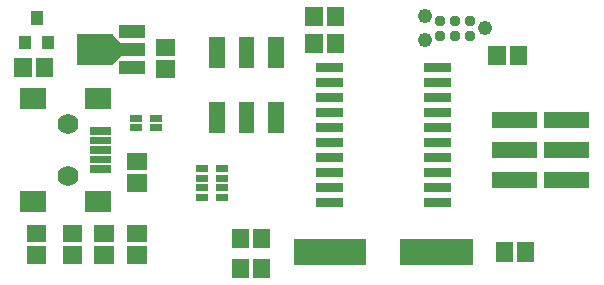
<source format=gbr>
G04 start of page 7 for group -4063 idx -4063 *
G04 Title: (unknown), componentmask *
G04 Creator: pcb 20140316 *
G04 CreationDate: Wed 15 Apr 2020 03:13:27 PM GMT UTC *
G04 For: railfan *
G04 Format: Gerber/RS-274X *
G04 PCB-Dimensions (mil): 2000.00 1000.00 *
G04 PCB-Coordinate-Origin: lower left *
%MOIN*%
%FSLAX25Y25*%
%LNTOPMASK*%
%ADD62R,0.0257X0.0257*%
%ADD61R,0.0400X0.0400*%
%ADD60C,0.0001*%
%ADD59R,0.1005X0.1005*%
%ADD58R,0.0438X0.0438*%
%ADD57R,0.0520X0.0520*%
%ADD56R,0.0690X0.0690*%
%ADD55R,0.0227X0.0227*%
%ADD54R,0.0560X0.0560*%
%ADD53R,0.0847X0.0847*%
%ADD52R,0.0300X0.0300*%
%ADD51R,0.0572X0.0572*%
%ADD50C,0.0370*%
%ADD49C,0.0693*%
%ADD48C,0.0490*%
G54D48*X163000Y90500D03*
X143000Y86500D03*
Y94500D03*
G54D49*X24122Y58661D03*
Y41339D03*
G54D50*X158000Y93000D03*
Y88000D03*
G54D51*X166957Y81893D02*Y81107D01*
X174043Y81893D02*Y81107D01*
G54D50*X153000Y93000D03*
Y88000D03*
X148000Y93000D03*
Y88000D03*
G54D52*X144000Y62500D02*X150000D01*
X144000Y67500D02*X150000D01*
X144000Y72500D02*X150000D01*
X144000Y77500D02*X150000D01*
G54D51*X176543Y16393D02*Y15607D01*
X169457Y16393D02*Y15607D01*
G54D52*X144000Y32500D02*X150000D01*
G54D53*X138843Y16000D02*X154591D01*
G54D52*X144000Y37500D02*X150000D01*
G54D54*X168016Y40000D02*X177504D01*
G54D52*X144000Y42500D02*X150000D01*
X144000Y47500D02*X150000D01*
X144000Y52500D02*X150000D01*
X144000Y57500D02*X150000D01*
G54D54*X168016Y60000D02*X177504D01*
X168016Y50000D02*X177504D01*
X185496Y40000D02*X194984D01*
X185496Y50000D02*X194984D01*
X185496Y60000D02*X194984D01*
G54D55*X67717Y34276D02*X69587D01*
G54D51*X88543Y20893D02*Y20107D01*
X81457Y20893D02*Y20107D01*
X88543Y10893D02*Y10107D01*
X81457Y10893D02*Y10107D01*
G54D52*X108000Y32500D02*X114000D01*
G54D53*X103409Y16000D02*X119157D01*
G54D51*X25107Y14957D02*X25893D01*
X35607D02*X36393D01*
X46607D02*X47393D01*
X25107Y22043D02*X25893D01*
X35607D02*X36393D01*
X46607D02*X47393D01*
G54D56*X33177Y32874D02*X34752D01*
G54D51*X13107Y14957D02*X13893D01*
X13107Y22043D02*X13893D01*
G54D56*X11524Y32874D02*X13098D01*
G54D55*X74413Y40575D02*X76283D01*
X74413Y43724D02*X76283D01*
X67717D02*X69587D01*
X67717Y40575D02*X69587D01*
X67717Y37425D02*X69587D01*
X74413Y34276D02*X76283D01*
X74413Y37425D02*X76283D01*
G54D57*X73700Y84900D02*Y79750D01*
X83500Y84900D02*Y79750D01*
X93300Y84900D02*Y79750D01*
X73700Y63250D02*Y58100D01*
X83500Y63250D02*Y58100D01*
X93300Y63250D02*Y58100D01*
G54D52*X108000Y77500D02*X114000D01*
X108000Y72500D02*X114000D01*
X108000Y67500D02*X114000D01*
X108000Y62500D02*X114000D01*
X108000Y57500D02*X114000D01*
X108000Y52500D02*X114000D01*
X108000Y47500D02*X114000D01*
X108000Y42500D02*X114000D01*
X108000Y37500D02*X114000D01*
G54D51*X105957Y94893D02*Y94107D01*
Y85893D02*Y85107D01*
X113043Y94893D02*Y94107D01*
Y85893D02*Y85107D01*
G54D55*X45717Y60575D02*X47587D01*
X45717Y57425D02*X47587D01*
X52413D02*X54283D01*
X52413Y60575D02*X54283D01*
G54D58*X43311Y77594D02*X47405D01*
X35595Y83500D02*X47405D01*
G54D59*X31971D02*X33861D01*
G54D60*G36*
X36742Y80195D02*X40006Y83459D01*
X41850Y81615D01*
X38586Y78351D01*
X36742Y80195D01*
G37*
G36*
X38586Y88649D02*X41850Y85385D01*
X40006Y83541D01*
X36742Y86805D01*
X38586Y88649D01*
G37*
G54D61*X9600Y86100D02*Y85500D01*
X13500Y94300D02*Y93700D01*
X17400Y86100D02*Y85500D01*
G54D51*X16043Y77893D02*Y77107D01*
X8957Y77893D02*Y77107D01*
G54D58*X43311Y89406D02*X47405D01*
G54D51*X56107Y84043D02*X56893D01*
X56107Y76957D02*X56893D01*
G54D56*X11524Y67126D02*X13098D01*
X33177D02*X34752D01*
G54D51*X46607Y38957D02*X47393D01*
X46607Y46043D02*X47393D01*
G54D62*X32587Y56299D02*X36917D01*
X33768D02*X35933D01*
X32587Y53150D02*X36917D01*
X33768D02*X35933D01*
X32587Y50000D02*X36917D01*
X33768D02*X35933D01*
X32587Y46850D02*X36917D01*
X33768D02*X35933D01*
X32587Y43701D02*X36917D01*
X33768D02*X35933D01*
M02*

</source>
